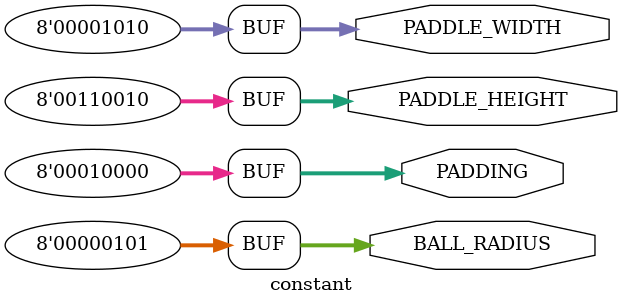
<source format=v>
module constant(output reg [7:0] BALL_RADIUS, PADDLE_WIDTH,
					 PADDLE_HEIGHT, PADDING);
		 
	initial begin
		BALL_RADIUS <= 8'd5;		//Ball radius
		PADDLE_WIDTH <= 8'd10;	//Paddle width
		PADDLE_HEIGHT <= 8'd50;	//Distance from center of paddle to top or bottom of paddle
		PADDING <= 8'd16;			//Padding between edge of screen and game elements.
	end
endmodule

</source>
